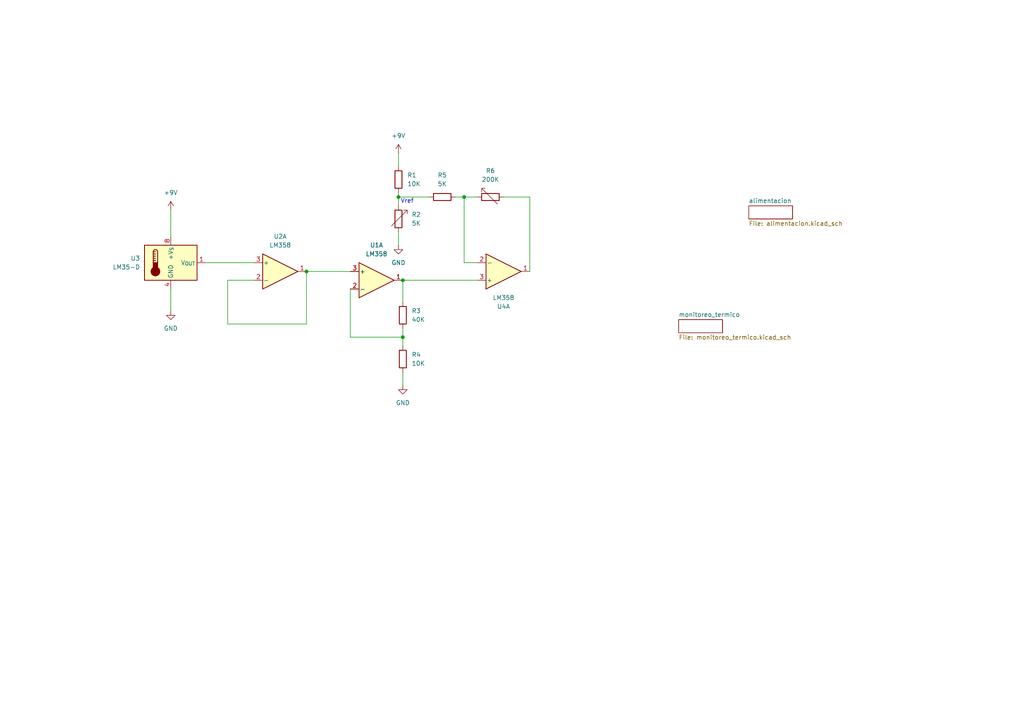
<source format=kicad_sch>
(kicad_sch (version 20250114) (generator "eeschema") (generator_version "9.0")
  (paper "A4")
  (lib_symbols
    (symbol "Amplifier_Operational:LM358" (pin_names (offset 0.127))
      (property "Reference" "U" (at 0 5.08 0))
      (property "Value" "LM358" (at 0 -5.08 0))
      (symbol "LM358_1_1"
        (polyline (pts (xy -5.08 5.08) (xy 5.08 0) (xy -5.08 -5.08) (xy -5.08 5.08)) (stroke (width 0.254)) (fill (type background)))
        (pin input line (at -7.62 2.54 0) (length 2.54) (name "+") (number "3"))
        (pin input line (at -7.62 -2.54 0) (length 2.54) (name "-") (number "2"))
        (pin output line (at 7.62 0 180) (length 2.54) (name "~") (number "1"))
      )
      (symbol "LM358_2_1"
        (polyline (pts (xy -5.08 5.08) (xy 5.08 0) (xy -5.08 -5.08) (xy -5.08 5.08)) (stroke (width 0.254)) (fill (type background)))
        (pin input line (at -7.62 2.54 0) (length 2.54) (name "+") (number "5"))
        (pin input line (at -7.62 -2.54 0) (length 2.54) (name "-") (number "6"))
        (pin output line (at 7.62 0 180) (length 2.54) (name "~") (number "7"))
      )
      (symbol "LM358_3_1"
        (pin power_in line (at -2.54 7.62 270) (length 3.81) (name "V+") (number "8"))
        (pin power_in line (at -2.54 -7.62 90) (length 3.81) (name "V-") (number "4"))
      )
    )
    (symbol "Device:R" (pin_numbers (hide yes)) (pin_names (offset 0))
      (property "Reference" "R" (at 2.032 0 90))
      (property "Value" "R" (at 0 0 90))
      (symbol "R_0_1"
        (rectangle (start -1.016 -2.54) (end 1.016 2.54) (stroke (width 0.254)))
      )
      (symbol "R_1_1"
        (pin passive line (at 0 3.81 270) (length 1.27) (name "~") (number "1"))
        (pin passive line (at 0 -3.81 90) (length 1.27) (name "~") (number "2"))
      )
    )
    (symbol "Device:R_Variable" (pin_numbers (hide yes)) (pin_names (offset 0))
      (property "Reference" "R" (at 2.54 -2.54 90))
      (property "Value" "R_Variable" (at -2.54 -1.27 90))
      (symbol "R_Variable_0_1"
        (rectangle (start -1.016 -2.54) (end 1.016 2.54) (stroke (width 0.254)))
        (polyline (pts (xy 2.54 1.524) (xy 2.54 2.54) (xy 1.524 2.54) (xy 2.54 2.54) (xy -2.032 -2.032)))
      )
      (symbol "R_Variable_1_1"
        (pin passive line (at 0 3.81 270) (length 1.27) (name "~") (number "1"))
        (pin passive line (at 0 -3.81 90) (length 1.27) (name "~") (number "2"))
      )
    )
    (symbol "Sensor_Temperature:LM35-D"
      (property "Reference" "U" (at -6.35 6.35 0))
      (property "Value" "LM35-D" (at 1.27 6.35 0))
      (symbol "LM35-D_0_1"
        (rectangle (start -7.62 5.08) (end 7.62 -5.08) (stroke (width 0.254)) (fill (type background)))
        (polyline (pts (xy -5.08 3.175) (xy -5.08 0)) (stroke (width 0.254)))
        (polyline (pts (xy -5.08 3.175) (xy -4.445 3.175)) (stroke (width 0.254)))
        (polyline (pts (xy -5.08 2.54) (xy -4.445 2.54)) (stroke (width 0.254)))
        (polyline (pts (xy -5.08 1.905) (xy -4.445 1.905)) (stroke (width 0.254)))
        (polyline (pts (xy -5.08 1.27) (xy -4.445 1.27)) (stroke (width 0.254)))
        (polyline (pts (xy -5.08 0.635) (xy -4.445 0.635)) (stroke (width 0.254)))
        (arc (start -5.08 3.175) (mid -4.445 3.8073) (end -3.81 3.175) (stroke (width 0.254)))
        (circle (center -4.445 -2.54) (radius 1.27) (stroke (width 0.254)) (fill (type outline)))
        (polyline (pts (xy -3.81 3.175) (xy -3.81 0)) (stroke (width 0.254)))
        (rectangle (start -3.81 -1.905) (end -5.08 0) (stroke (width 0.254)) (fill (type outline)))
      )
      (symbol "LM35-D_1_1"
        (pin no_connect line (at -2.54 5.08 270) (length 2.54) (hide yes) (name "NC") (number "3"))
        (pin no_connect line (at -2.54 -5.08 90) (length 2.54) (hide yes) (name "NC") (number "2"))
        (pin power_in line (at 0 7.62 270) (length 2.54) (name "+V_{S}") (number "8"))
        (pin power_in line (at 0 -7.62 90) (length 2.54) (name "GND") (number "4"))
        (pin no_connect line (at 2.54 -5.08 90) (length 2.54) (hide yes) (name "NC") (number "5"))
        (pin no_connect line (at 5.08 -5.08 90) (length 2.54) (hide yes) (name "NC") (number "6"))
        (pin no_connect line (at 7.62 2.54 180) (length 2.54) (hide yes) (name "NC") (number "7"))
        (pin output line (at 10.16 0 180) (length 2.54) (name "V_{OUT}") (number "1"))
      )
    )
    (symbol "power:+9V" (power) (pin_numbers (hide yes)) (pin_names (offset 0) (hide yes))
      (property "Value" "+9V" (at 0 3.556 0))
      (symbol "+9V_0_1"
        (polyline (pts (xy -0.762 1.27) (xy 0 2.54)))
        (polyline (pts (xy 0 2.54) (xy 0.762 1.27)))
        (polyline (pts (xy 0 0) (xy 0 2.54)))
      )
      (symbol "+9V_1_1"
        (pin power_in line (at 0 0 90) (length 0) (name "~") (number "1"))
      )
    )
    (symbol "power:GND" (power) (pin_numbers (hide yes)) (pin_names (offset 0) (hide yes))
      (property "Value" "GND" (at 0 -3.81 0))
      (symbol "GND_0_1"
        (polyline (pts (xy 0 0) (xy 0 -1.27) (xy 1.27 -1.27) (xy 0 -2.54) (xy -1.27 -1.27) (xy 0 -1.27)))
      )
      (symbol "GND_1_1"
        (pin power_in line (at 0 0 270) (length 0) (name "~") (number "1"))
      )
    )
  )
  (text "Vref\n" (at 118.11 58.42 0) (effects (font (size 1.27 1.27))))
  (junction (at 88.9 78.74))
  (junction (at 115.57 57.15))
  (junction (at 116.84 97.79))
  (junction (at 134.62 57.15))
  (junction (at 116.84 81.28))
  (wire (pts (xy 115.57 57.15) (xy 124.46 57.15)))
  (wire (pts (xy 73.66 81.28) (xy 66.04 81.28)))
  (wire (pts (xy 88.9 93.98) (xy 88.9 78.74)))
  (wire (pts (xy 88.9 78.74) (xy 101.6 78.74)))
  (wire (pts (xy 59.69 76.2) (xy 73.66 76.2)))
  (wire (pts (xy 101.6 83.82) (xy 101.6 97.79)))
  (wire (pts (xy 134.62 57.15) (xy 138.43 57.15)))
  (wire (pts (xy 116.84 97.79) (xy 116.84 100.33)))
  (wire (pts (xy 115.57 55.88) (xy 115.57 57.15)))
  (wire (pts (xy 116.84 81.28) (xy 138.43 81.28)))
  (wire (pts (xy 134.62 76.2) (xy 134.62 57.15)))
  (wire (pts (xy 101.6 97.79) (xy 116.84 97.79)))
  (wire (pts (xy 66.04 81.28) (xy 66.04 93.98)))
  (wire (pts (xy 153.67 57.15) (xy 146.05 57.15)))
  (wire (pts (xy 116.84 81.28) (xy 116.84 87.63)))
  (wire (pts (xy 115.57 57.15) (xy 115.57 59.69)))
  (wire (pts (xy 153.67 57.15) (xy 153.67 78.74)))
  (wire (pts (xy 138.43 76.2) (xy 134.62 76.2)))
  (wire (pts (xy 66.04 93.98) (xy 88.9 93.98)))
  (wire (pts (xy 115.57 44.45) (xy 115.57 48.26)))
  (wire (pts (xy 116.84 107.95) (xy 116.84 111.76)))
  (wire (pts (xy 115.57 67.31) (xy 115.57 71.12)))
  (wire (pts (xy 132.08 57.15) (xy 134.62 57.15)))
  (wire (pts (xy 49.53 60.96) (xy 49.53 68.58)))
  (wire (pts (xy 49.53 83.82) (xy 49.53 90.17)))
  (wire (pts (xy 116.84 95.25) (xy 116.84 97.79)))
  (symbol (lib_id "power:+9V") (at 49.53 60.96 0) (unit 1)
    (property "Reference" "#PWR02" (effects (hide yes)))
    (property "Value" "+9V" (at 49.53 55.88 0))
    (property "Description" "Power symbol creates a global label with name \"+9V\"" (effects (hide yes)))
  )
  (symbol (lib_id "Amplifier_Operational:LM358") (at 146.05 78.74 0) (mirror x) (unit 1)
    (property "Reference" "U4" (at 146.05 88.9 0))
    (property "Value" "LM358" (at 146.05 86.36 0))
    (property "Datasheet" "http://www.ti.com/lit/ds/symlink/lm2904-n.pdf" (effects (hide yes)))
    (property "Description" "Low-Power, Dual Operational Amplifiers, DIP-8/SOIC-8/TO-99-8" (effects (hide yes)))
  )
  (symbol (lib_id "Amplifier_Operational:LM358") (at 81.28 78.74 0) (unit 1)
    (property "Reference" "U2" (at 81.28 68.58 0))
    (property "Value" "LM358" (at 81.28 71.12 0))
    (property "Datasheet" "http://www.ti.com/lit/ds/symlink/lm2904-n.pdf" (effects (hide yes)))
    (property "Description" "Low-Power, Dual Operational Amplifiers, DIP-8/SOIC-8/TO-99-8" (effects (hide yes)))
  )
  (symbol (lib_id "Sensor_Temperature:LM35-D") (at 49.53 76.2 0) (unit 1)
    (property "Reference" "U3" (at 40.64 74.9299 0) (effects (justify right)))
    (property "Value" "LM35-D" (at 40.64 77.4699 0) (effects (justify right)))
    (property "Footprint" "Package_SO:SOIC-8_3.9x4.9mm_P1.27mm" (effects (hide yes)))
    (property "Datasheet" "http://www.ti.com/lit/ds/symlink/lm35.pdf" (effects (hide yes)))
    (property "Description" "Precision centigrade temperature sensor, SOIC-8" (effects (hide yes)))
  )
  (symbol (lib_id "Device:R") (at 116.84 104.14 0) (unit 1)
    (property "Reference" "R4" (at 119.38 102.8699 0) (effects (justify left)))
    (property "Value" "10K" (at 119.38 105.4099 0) (effects (justify left)))
    (property "Description" "Resistor" (effects (hide yes)))
  )
  (symbol (lib_id "Amplifier_Operational:LM358") (at 109.22 81.28 0) (unit 1)
    (property "Reference" "U1" (at 109.22 71.12 0))
    (property "Value" "LM358" (at 109.22 73.66 0))
    (property "Datasheet" "http://www.ti.com/lit/ds/symlink/lm2904-n.pdf" (effects (hide yes)))
    (property "Description" "Low-Power, Dual Operational Amplifiers, DIP-8/SOIC-8/TO-99-8" (effects (hide yes)))
  )
  (symbol (lib_id "power:+9V") (at 115.57 44.45 0) (unit 1)
    (property "Reference" "#PWR03" (effects (hide yes)))
    (property "Value" "+9V" (at 115.57 39.37 0))
    (property "Description" "Power symbol creates a global label with name \"+9V\"" (effects (hide yes)))
  )
  (symbol (lib_id "power:GND") (at 116.84 111.76 0) (unit 1)
    (property "Reference" "#PWR04" (effects (hide yes)))
    (property "Value" "GND" (at 116.84 116.84 0))
    (property "Description" "Power symbol creates a global label with name \"GND\" , ground" (effects (hide yes)))
  )
  (symbol (lib_id "Device:R") (at 115.57 52.07 0) (unit 1)
    (property "Reference" "R1" (at 118.11 50.7999 0) (effects (justify left)))
    (property "Value" "10K" (at 118.11 53.3399 0) (effects (justify left)))
    (property "Description" "Resistor" (effects (hide yes)))
  )
  (symbol (lib_id "power:GND") (at 115.57 71.12 0) (unit 1)
    (property "Reference" "#PWR05" (effects (hide yes)))
    (property "Value" "GND" (at 115.57 76.2 0))
    (property "Description" "Power symbol creates a global label with name \"GND\" , ground" (effects (hide yes)))
  )
  (symbol (lib_id "Device:R_Variable") (at 142.24 57.15 90) (unit 1)
    (property "Reference" "R6" (at 142.24 49.53 90))
    (property "Value" "200K" (at 142.24 52.07 90))
    (property "Description" "Variable resistor" (effects (hide yes)))
  )
  (symbol (lib_id "power:GND") (at 49.53 90.17 0) (unit 1)
    (property "Reference" "#PWR01" (effects (hide yes)))
    (property "Value" "GND" (at 49.53 95.25 0))
    (property "Description" "Power symbol creates a global label with name \"GND\" , ground" (effects (hide yes)))
  )
  (symbol (lib_id "Device:R_Variable") (at 115.57 63.5 0) (unit 1)
    (property "Reference" "R2" (at 119.38 62.2299 0) (effects (justify left)))
    (property "Value" "5K" (at 119.38 64.7699 0) (effects (justify left)))
    (property "Description" "Variable resistor" (effects (hide yes)))
  )
  (symbol (lib_id "Device:R") (at 128.27 57.15 90) (unit 1)
    (property "Reference" "R5" (at 128.27 50.8 90))
    (property "Value" "5K" (at 128.27 53.34 90))
    (property "Description" "Resistor" (effects (hide yes)))
  )
  (symbol (lib_id "Device:R") (at 116.84 91.44 0) (unit 1)
    (property "Reference" "R3" (at 119.38 90.1699 0) (effects (justify left)))
    (property "Value" "40K" (at 119.38 92.7099 0) (effects (justify left)))
    (property "Description" "Resistor" (effects (hide yes)))
  )
  (sheet (at 10.16 224.79) (size 276.86 171.45) (stroke (width 0.1524))
    (property "Sheetname" "8. Laboratorio_Sensor_Solar_Orientacion" (at 10.16 224.0784 0) (effects (justify left bottom)))
    (property "Sheetfile" "untitled.kicad_sch" (at 10.16 396.8246 0) (effects (justify left top)))
  )
  (sheet (at 217.17 59.69) (size 12.7 3.81) (stroke (width 0.1524))
    (property "Sheetname" "alimentacion" (at 217.17 58.9784 0) (effects (justify left bottom)))
    (property "Sheetfile" "alimentacion.kicad_sch" (at 217.17 64.0846 0) (effects (justify left top)))
  )
  (sheet (at 196.85 92.71) (size 12.7 3.81) (stroke (width 0.1524))
    (property "Sheetname" "monitoreo_termico" (at 196.85 91.9984 0) (effects (justify left bottom)))
    (property "Sheetfile" "monitoreo_termico.kicad_sch" (at 196.85 97.1046 0) (effects (justify left top)))
  )
)
</source>
